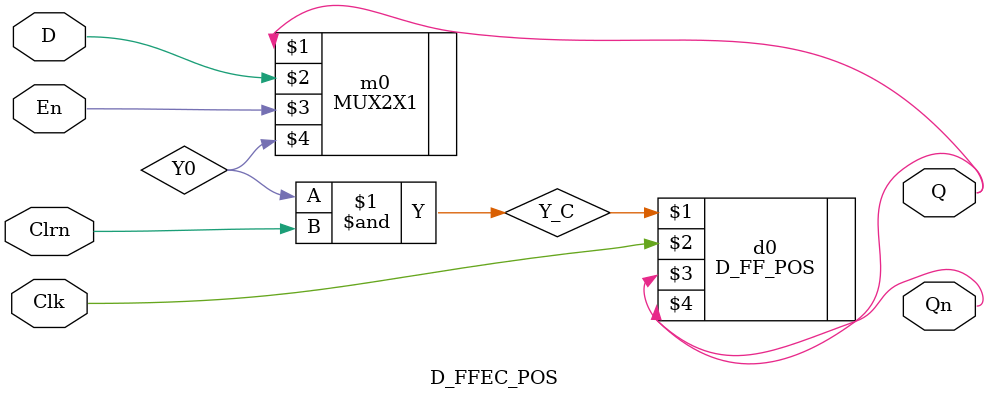
<source format=v>
`timescale 1ns / 1ps

module D_FFEC_POS(D, Clk, En, Clrn, Q, Qn);

input   D, Clk, En, Clrn;
output  Q, Qn;

wire    Y0, Y_C;

MUX2X1      m0(Q, D, En, Y0);
and         i0(Y_C, Y0, Clrn);
D_FF_POS    d0(Y_C, Clk, Q, Qn);

endmodule

</source>
